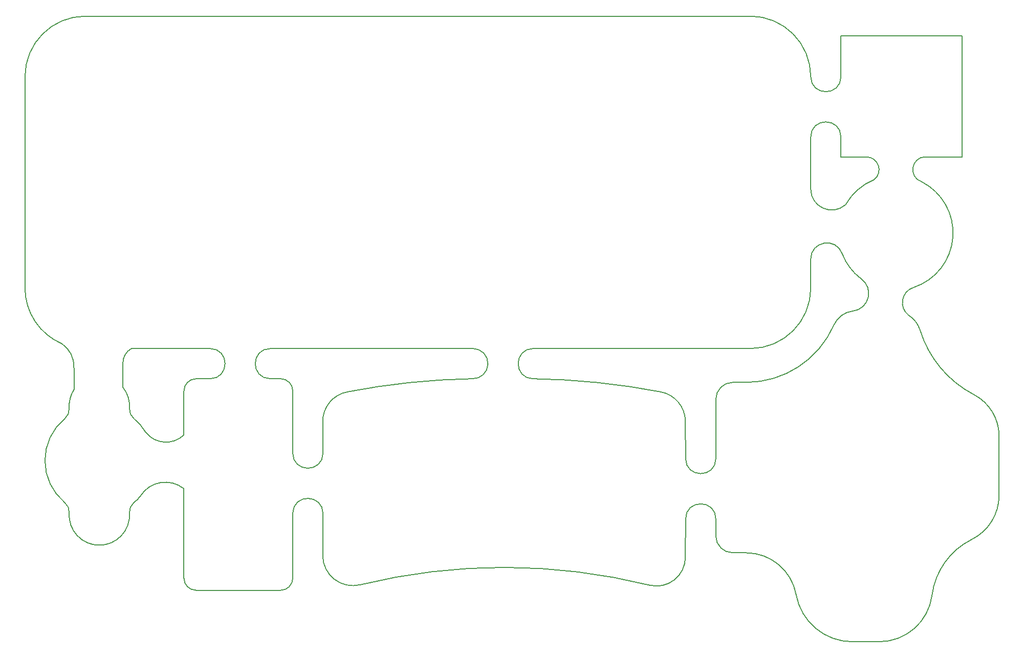
<source format=gm1>
%TF.GenerationSoftware,KiCad,Pcbnew,(6.0.9)*%
%TF.CreationDate,2022-11-09T20:57:25+01:00*%
%TF.ProjectId,libre-MIG,6c696272-652d-44d4-9947-2e6b69636164,v0.1*%
%TF.SameCoordinates,Original*%
%TF.FileFunction,Profile,NP*%
%FSLAX46Y46*%
G04 Gerber Fmt 4.6, Leading zero omitted, Abs format (unit mm)*
G04 Created by KiCad (PCBNEW (6.0.9)) date 2022-11-09 20:57:25*
%MOMM*%
%LPD*%
G01*
G04 APERTURE LIST*
%TA.AperFunction,Profile*%
%ADD10C,0.200000*%
%TD*%
G04 APERTURE END LIST*
D10*
X147600000Y-158000000D02*
X134600000Y-158000000D01*
X117000000Y-148000000D02*
G75*
G03*
X123100000Y-157199999I10043202J36798D01*
G01*
X134287228Y-167900010D02*
G75*
G03*
X133200000Y-164400000I-5072020J343321D01*
G01*
X125100011Y-164800007D02*
G75*
G03*
X124312772Y-167900010I4391189J-2765093D01*
G01*
X133200000Y-160500000D02*
X133200000Y-164400000D01*
X125100000Y-161200000D02*
X125100000Y-164800000D01*
X125100000Y-161200000D02*
G75*
G03*
X123100000Y-157200000I-4556854J221573D01*
G01*
X134600000Y-158000000D02*
G75*
G03*
X133200000Y-160500000I1336373J-2390368D01*
G01*
X143299980Y-196000000D02*
X143300000Y-181200000D01*
X143299980Y-165000000D02*
X143300000Y-172300000D01*
X137000000Y-171900000D02*
G75*
G03*
X135012632Y-169588312I-7658808J-4574191D01*
G01*
X137000000Y-171900000D02*
G75*
G03*
X143300000Y-172300000I3333027J2682670D01*
G01*
X135007041Y-183497412D02*
G75*
G03*
X136094398Y-182400000I-2486449J3551070D01*
G01*
X143300001Y-181199999D02*
G75*
G03*
X136100000Y-182400000I-3067033J-3797806D01*
G01*
X252199999Y-142300000D02*
G75*
G03*
X255325000Y-146450000I8733909J3325157D01*
G01*
X257526379Y-130035192D02*
G75*
G03*
X252775000Y-134200000I3503691J-8789836D01*
G01*
X264000000Y-147899999D02*
G75*
G03*
X265350000Y-130400000I-2957773J9030242D01*
G01*
X265106987Y-154999089D02*
G75*
G03*
X263200000Y-152499999I-4371874J-1358928D01*
G01*
X247000000Y-123000000D02*
X246994123Y-131600000D01*
X247000000Y-148000000D02*
X247000000Y-143200000D01*
X272000000Y-126300000D02*
X266000000Y-126281038D01*
X256200000Y-126300000D02*
X252000000Y-126300000D01*
X266000000Y-126281038D02*
G75*
G03*
X265350000Y-130400000I0J-2110768D01*
G01*
X257524245Y-130029839D02*
G75*
G03*
X256200000Y-126300000I-1324245J1629839D01*
G01*
X263999999Y-147899998D02*
G75*
G03*
X263200000Y-152499999I794146J-2507678D01*
G01*
X253950005Y-151800047D02*
G75*
G03*
X255325000Y-146450000I-314905J2932647D01*
G01*
X246994122Y-131600000D02*
G75*
G03*
X252775000Y-134200000I3475125J0D01*
G01*
X252199999Y-142300000D02*
G75*
G03*
X247000000Y-143200000I-2522115J-900000D01*
G01*
X252000000Y-126300000D02*
X252000000Y-123000000D01*
X272000000Y-106300000D02*
X272000000Y-126300000D01*
X252000000Y-106292000D02*
X272000000Y-106292000D01*
X252000000Y-113000000D02*
X252000000Y-106292000D01*
X161300000Y-196000000D02*
X161300000Y-185200000D01*
X161300000Y-165000000D02*
X161300000Y-175300000D01*
X157600000Y-163000000D02*
X159300000Y-163000000D01*
X147600000Y-163000000D02*
X145299980Y-163000000D01*
X201100000Y-158000000D02*
X237000000Y-158000000D01*
X157600000Y-158000000D02*
X191100000Y-158000000D01*
X145299980Y-163000080D02*
G75*
G03*
X143299980Y-165000000I-80J-1999920D01*
G01*
X161300000Y-165000000D02*
G75*
G03*
X159300000Y-163000000I-2000000J0D01*
G01*
X143300000Y-196000000D02*
G75*
G03*
X145299980Y-198000000I2000000J0D01*
G01*
X159300000Y-198000000D02*
G75*
G03*
X161300000Y-196000000I0J2000000D01*
G01*
X145299980Y-198000000D02*
X159300000Y-198000000D01*
X222120591Y-165159404D02*
G75*
G03*
X201100000Y-163000001I-22941293J-119929171D01*
G01*
X191000080Y-162998002D02*
G75*
G03*
X170397035Y-165158952I2138381J-119685667D01*
G01*
X147600000Y-163000000D02*
G75*
G03*
X147600000Y-158000000I0J2500000D01*
G01*
X157600000Y-158000000D02*
G75*
G03*
X157600000Y-163000000I0J-2500000D01*
G01*
X201100000Y-158000000D02*
G75*
G03*
X201100000Y-163000000I0J-2500000D01*
G01*
X191000080Y-162998002D02*
G75*
G03*
X191100000Y-158000000I99920J2498002D01*
G01*
X161300000Y-175300000D02*
G75*
G03*
X166300000Y-175300000I2500000J0D01*
G01*
X166301999Y-185300000D02*
G75*
G03*
X161300000Y-185200000I-2501999J0D01*
G01*
X231300000Y-186200000D02*
G75*
G03*
X226300000Y-186200000I-2500000J0D01*
G01*
X226300000Y-176200000D02*
G75*
G03*
X231300000Y-176200000I2500000J0D01*
G01*
X247000000Y-113000000D02*
G75*
G03*
X252000000Y-113000000I2500000J0D01*
G01*
X252000000Y-123000000D02*
G75*
G03*
X247000000Y-123000000I-2500000J0D01*
G01*
X135012650Y-183497420D02*
G75*
G03*
X134287228Y-185185722I1269446J-1545448D01*
G01*
X166300000Y-175300000D02*
X166258569Y-170084530D01*
X226258493Y-170084530D02*
G75*
G03*
X222120591Y-165159404I-5000093J-70D01*
G01*
X278158131Y-172477000D02*
G75*
G03*
X273998484Y-165629123I-7716531J0D01*
G01*
X234100000Y-163600000D02*
G75*
G03*
X231300000Y-166400000I0J-2800000D01*
G01*
X124312779Y-185185722D02*
G75*
G03*
X123587357Y-183497412I-1994883J142854D01*
G01*
X247000000Y-113000000D02*
G75*
G03*
X237000000Y-103000000I-10000000J0D01*
G01*
X226300000Y-186200000D02*
X226258509Y-192526030D01*
X258322800Y-206515700D02*
X253906000Y-206515700D01*
X236300000Y-163600000D02*
G75*
G03*
X250840089Y-154091701I0J15871500D01*
G01*
X265106987Y-154999089D02*
G75*
G03*
X273998463Y-165629103I17188513J5343689D01*
G01*
X134287222Y-167900010D02*
G75*
G03*
X135012632Y-169588311I1994874J-142858D01*
G01*
X226300000Y-176200000D02*
X226258539Y-170084530D01*
X244581529Y-198721948D02*
G75*
G03*
X253906000Y-206515610I9324471J1681148D01*
G01*
X237000000Y-158000000D02*
G75*
G03*
X247000000Y-148000000I0J10000000D01*
G01*
X234100000Y-163600000D02*
X236300000Y-163600000D01*
X253950000Y-151800001D02*
G75*
G03*
X250840152Y-154091679I431547J-3841514D01*
G01*
X258322800Y-206515640D02*
G75*
G03*
X267067369Y-198817149I0J8815640D01*
G01*
X166258559Y-192237130D02*
G75*
G03*
X172449003Y-197093342I4999941J-70D01*
G01*
X124312771Y-185185727D02*
G75*
G03*
X134287229Y-185185727I4987229J-357139D01*
G01*
X127000000Y-103000000D02*
G75*
G03*
X117000000Y-113000000I0J-10000000D01*
G01*
X273636828Y-189588364D02*
G75*
G03*
X278158080Y-182297770I-3617428J7290564D01*
G01*
X170396492Y-165159436D02*
G75*
G03*
X166258569Y-170084530I862008J-4925064D01*
G01*
X117000000Y-113000000D02*
X117000000Y-148000000D01*
X278158100Y-172477000D02*
X278158100Y-182297770D01*
X231300000Y-189000000D02*
X231300000Y-186200000D01*
X220335298Y-197159505D02*
G75*
G03*
X172449006Y-197093488I-24076998J-97057995D01*
G01*
X123587366Y-169588308D02*
G75*
G03*
X124312772Y-167900010I-1269470J1545440D01*
G01*
X166301999Y-185300000D02*
X166258539Y-192237130D01*
X237000000Y-103000000D02*
X127000000Y-103000000D01*
X231300000Y-176200000D02*
X231300000Y-166400000D01*
X234100000Y-191800000D02*
X236300000Y-191800000D01*
X220335345Y-197159383D02*
G75*
G03*
X226258509Y-192526030I1149355J4633383D01*
G01*
X273636854Y-189588328D02*
G75*
G03*
X267067343Y-198817117I5333746J-10749472D01*
G01*
X231300000Y-189000000D02*
G75*
G03*
X234100000Y-191800000I2800000J0D01*
G01*
X244581584Y-198722023D02*
G75*
G03*
X236300000Y-191800000I-8281584J-1493077D01*
G01*
X123587355Y-169588326D02*
G75*
G03*
X123587304Y-183497368I5712641J-6954542D01*
G01*
M02*

</source>
